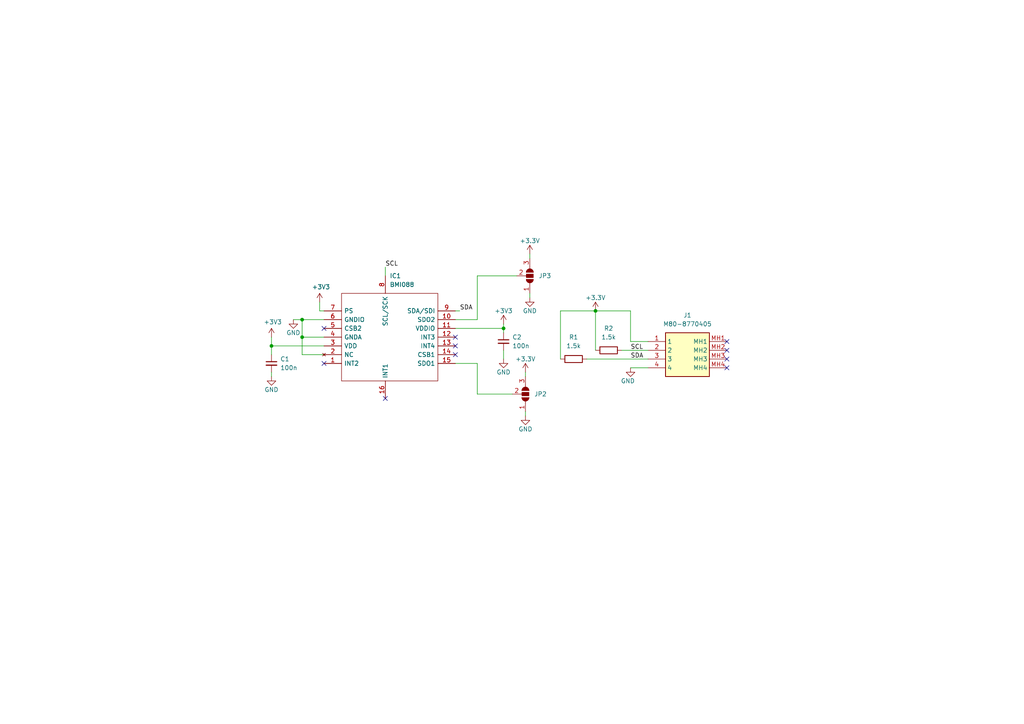
<source format=kicad_sch>
(kicad_sch (version 20230121) (generator eeschema)
  (paper "A4")
  (title_block (title "Inertial Unit BMI088") (rev "1") (company "USST Avionics") (comment 1 "Edited: Bristine") (comment 2 "Created: Ven"))
  (lib_symbols
    (symbol "Device:C_Small" (pin_numbers hide) (pin_names (offset 0.254) hide)
      (property "Reference" "C" (at 0.254 1.778 0))
      (property "Value" "C_Small" (at 0.254 -2.032 0))
      (symbol "C_Small_0_1"
        (polyline (pts (xy -1.524 -0.508) (xy 1.524 -0.508)) (stroke (width 0.3302)))
        (polyline (pts (xy -1.524 0.508) (xy 1.524 0.508)) (stroke (width 0.3048)))
      )
      (symbol "C_Small_1_1"
        (pin passive line (at 0 2.54 270) (length 2.032) (name "~") (number "1"))
        (pin passive line (at 0 -2.54 90) (length 2.032) (name "~") (number "2"))
      )
    )
    (symbol "Device:R" (pin_numbers hide) (pin_names (offset 0))
      (property "Reference" "R" (at 2.032 0 90))
      (property "Value" "R" (at 0 0 90))
      (symbol "R_0_1"
        (rectangle (start -1.016 -2.54) (end 1.016 2.54) (stroke (width 0.254)))
      )
      (symbol "R_1_1"
        (pin passive line (at 0 3.81 270) (length 1.27) (name "~") (number "1"))
        (pin passive line (at 0 -3.81 90) (length 1.27) (name "~") (number "2"))
      )
    )
    (symbol "Jumper:SolderJumper_3_Open" (pin_names (offset 0) hide)
      (property "Reference" "JP" (at -2.54 -2.54 0))
      (property "Value" "SolderJumper_3_Open" (at 0 2.794 0))
      (symbol "SolderJumper_3_Open_0_1"
        (arc (start -1.016 1.016) (mid -2.0276 0) (end -1.016 -1.016))
        (arc (start -1.016 1.016) (mid -2.0276 0) (end -1.016 -1.016) (fill (type outline)))
        (rectangle (start -0.508 1.016) (end 0.508 -1.016) (fill (type outline)))
        (polyline (pts (xy -2.54 0) (xy -2.032 0)))
        (polyline (pts (xy -1.016 1.016) (xy -1.016 -1.016)))
        (polyline (pts (xy 0 -1.27) (xy 0 -1.016)))
        (polyline (pts (xy 1.016 1.016) (xy 1.016 -1.016)))
        (polyline (pts (xy 2.54 0) (xy 2.032 0)))
        (arc (start 1.016 -1.016) (mid 2.0276 0) (end 1.016 1.016))
        (arc (start 1.016 -1.016) (mid 2.0276 0) (end 1.016 1.016) (fill (type outline)))
      )
      (symbol "SolderJumper_3_Open_1_1"
        (pin passive line (at -5.08 0 0) (length 2.54) (name "A") (number "1"))
        (pin passive line (at 0 -3.81 90) (length 2.54) (name "C") (number "2"))
        (pin passive line (at 5.08 0 180) (length 2.54) (name "B") (number "3"))
      )
    )
    (symbol "LibraryLoader:BMI088" (pin_names (offset 0.762))
      (property "Reference" "IC" (at 31.75 17.78 0))
      (property "Value" "BMI088" (at 31.75 15.24 0))
      (symbol "BMI088_0_0"
        (pin passive line (at 10.16 17.78 270) (length 5.08) (name "INT2") (number "1"))
        (pin passive line (at 22.86 -20.32 90) (length 5.08) (name "SDO2") (number "10"))
        (pin passive line (at 20.32 -20.32 90) (length 5.08) (name "VDDIO") (number "11"))
        (pin passive line (at 17.78 -20.32 90) (length 5.08) (name "INT3") (number "12"))
        (pin passive line (at 15.24 -20.32 90) (length 5.08) (name "INT4") (number "13"))
        (pin passive line (at 12.7 -20.32 90) (length 5.08) (name "CSB1") (number "14"))
        (pin passive line (at 10.16 -20.32 90) (length 5.08) (name "SDO1") (number "15"))
        (pin passive line (at 0 0 0) (length 5.08) (name "INT1") (number "16"))
        (pin no_connect line (at 12.7 17.78 270) (length 5.08) (name "NC") (number "2"))
        (pin passive line (at 15.24 17.78 270) (length 5.08) (name "VDD") (number "3"))
        (pin passive line (at 17.78 17.78 270) (length 5.08) (name "GNDA") (number "4"))
        (pin passive line (at 20.32 17.78 270) (length 5.08) (name "CSB2") (number "5"))
        (pin passive line (at 22.86 17.78 270) (length 5.08) (name "GNDIO") (number "6"))
        (pin passive line (at 25.4 17.78 270) (length 5.08) (name "PS") (number "7"))
        (pin passive line (at 35.56 0 180) (length 5.08) (name "SCL/SCK") (number "8"))
        (pin passive line (at 25.4 -20.32 90) (length 5.08) (name "SDA/SDI") (number "9"))
      )
      (symbol "BMI088_0_1"
        (polyline (pts (xy 5.08 12.7) (xy 30.48 12.7) (xy 30.48 -15.24) (xy 5.08 -15.24) (xy 5.08 12.7)) (stroke (width 0.1524)))
      )
    )
    (symbol "M80-8770405:M80-8770405"
      (property "Reference" "J" (at 19.05 7.62 0))
      (property "Value" "M80-8770405" (at 19.05 5.08 0))
      (symbol "M80-8770405_1_1"
        (rectangle (start 5.08 2.54) (end 17.78 -10.16) (stroke (width 0.254)) (fill (type background)))
        (pin passive line (at 0 0 0) (length 5.08) (name "1") (number "1"))
        (pin passive line (at 0 -2.54 0) (length 5.08) (name "2") (number "2"))
        (pin passive line (at 0 -5.08 0) (length 5.08) (name "3") (number "3"))
        (pin passive line (at 0 -7.62 0) (length 5.08) (name "4") (number "4"))
        (pin passive line (at 22.86 0 180) (length 5.08) (name "MH1") (number "MH1"))
        (pin passive line (at 22.86 -2.54 180) (length 5.08) (name "MH2") (number "MH2"))
        (pin passive line (at 22.86 -5.08 180) (length 5.08) (name "MH3") (number "MH3"))
        (pin passive line (at 22.86 -7.62 180) (length 5.08) (name "MH4") (number "MH4"))
      )
    )
    (symbol "power:+3.3V" (power) (pin_names (offset 0))
      (property "Value" "+3.3V" (at 0 3.556 0))
      (symbol "+3.3V_0_1"
        (polyline (pts (xy -0.762 1.27) (xy 0 2.54)))
        (polyline (pts (xy 0 0) (xy 0 2.54)))
        (polyline (pts (xy 0 2.54) (xy 0.762 1.27)))
      )
      (symbol "+3.3V_1_1"
        (pin power_in line (at 0 0 90) (length 0) hide (name "+3.3V") (number "1"))
      )
    )
    (symbol "power:+3V3" (power) (pin_names (offset 0))
      (property "Value" "+3V3" (at 0 3.556 0))
      (symbol "+3V3_0_1"
        (polyline (pts (xy -0.762 1.27) (xy 0 2.54)))
        (polyline (pts (xy 0 0) (xy 0 2.54)))
        (polyline (pts (xy 0 2.54) (xy 0.762 1.27)))
      )
      (symbol "+3V3_1_1"
        (pin power_in line (at 0 0 90) (length 0) hide (name "+3V3") (number "1"))
      )
    )
    (symbol "power:GND" (power) (pin_names (offset 0))
      (property "Value" "GND" (at 0 -3.81 0))
      (symbol "GND_0_1"
        (polyline (pts (xy 0 0) (xy 0 -1.27) (xy 1.27 -1.27) (xy 0 -2.54) (xy -1.27 -1.27) (xy 0 -1.27)))
      )
      (symbol "GND_1_1"
        (pin power_in line (at 0 0 270) (length 0) hide (name "GND") (number "1"))
      )
    )
  )
  (junction (at 172.72 90.17))
  (junction (at 146.05 95.25))
  (junction (at 87.63 97.79))
  (junction (at 87.63 92.71))
  (junction (at 78.74 100.33))
  (no_connect (at 132.08 100.33))
  (no_connect (at 93.98 95.25))
  (no_connect (at 210.82 104.14))
  (no_connect (at 111.76 115.57))
  (no_connect (at 132.08 102.87))
  (no_connect (at 210.82 99.06))
  (no_connect (at 132.08 97.79))
  (no_connect (at 93.98 105.41))
  (no_connect (at 210.82 101.6))
  (no_connect (at 210.82 106.68))
  (wire (pts (xy 87.63 92.71) (xy 93.98 92.71)))
  (wire (pts (xy 133.35 90.17) (xy 132.08 90.17)))
  (wire (pts (xy 146.05 93.98) (xy 146.05 95.25)))
  (wire (pts (xy 87.63 102.87) (xy 93.98 102.87)))
  (wire (pts (xy 172.72 90.17) (xy 182.88 90.17)))
  (wire (pts (xy 182.88 99.06) (xy 187.96 99.06)))
  (wire (pts (xy 182.88 106.68) (xy 187.96 106.68)))
  (wire (pts (xy 152.4 107.95) (xy 152.4 109.22)))
  (wire (pts (xy 132.08 95.25) (xy 146.05 95.25)))
  (wire (pts (xy 162.56 104.14) (xy 162.56 90.17)))
  (wire (pts (xy 138.43 80.01) (xy 138.43 92.71)))
  (wire (pts (xy 152.4 120.65) (xy 152.4 119.38)))
  (wire (pts (xy 138.43 105.41) (xy 138.43 114.3)))
  (wire (pts (xy 132.08 105.41) (xy 138.43 105.41)))
  (wire (pts (xy 153.67 73.66) (xy 153.67 74.93)))
  (wire (pts (xy 93.98 97.79) (xy 87.63 97.79)))
  (wire (pts (xy 146.05 101.6) (xy 146.05 104.14)))
  (wire (pts (xy 132.08 92.71) (xy 138.43 92.71)))
  (wire (pts (xy 87.63 92.71) (xy 87.63 97.79)))
  (wire (pts (xy 138.43 80.01) (xy 149.86 80.01)))
  (wire (pts (xy 78.74 100.33) (xy 78.74 102.87)))
  (wire (pts (xy 87.63 97.79) (xy 87.63 102.87)))
  (wire (pts (xy 182.88 90.17) (xy 182.88 99.06)))
  (wire (pts (xy 92.71 90.17) (xy 93.98 90.17)))
  (wire (pts (xy 111.76 80.01) (xy 111.76 77.47)))
  (wire (pts (xy 78.74 97.79) (xy 78.74 100.33)))
  (wire (pts (xy 153.67 86.36) (xy 153.67 85.09)))
  (wire (pts (xy 92.71 87.63) (xy 92.71 90.17)))
  (wire (pts (xy 146.05 95.25) (xy 146.05 96.52)))
  (wire (pts (xy 78.74 100.33) (xy 93.98 100.33)))
  (wire (pts (xy 172.72 101.6) (xy 172.72 90.17)))
  (wire (pts (xy 138.43 114.3) (xy 148.59 114.3)))
  (wire (pts (xy 162.56 90.17) (xy 172.72 90.17)))
  (wire (pts (xy 180.34 101.6) (xy 187.96 101.6)))
  (wire (pts (xy 78.74 107.95) (xy 78.74 109.22)))
  (wire (pts (xy 170.18 104.14) (xy 187.96 104.14)))
  (wire (pts (xy 85.09 92.71) (xy 87.63 92.71)))
  (label "SDA" (at 133.35 90.17 0))
  (label "SDA" (at 182.88 104.14 0))
  (label "SCL" (at 182.88 101.6 0))
  (label "SCL" (at 111.76 77.47 0))
  (symbol (lib_id "power:GND") (at 78.74 109.22 0) (unit 1)
    (property "Reference" "#PWR05" (effects hide))
    (property "Value" "GND" (at 78.74 113.03 0))
  )
  (symbol (lib_id "power:GND") (at 182.88 106.68 0) (unit 1)
    (property "Reference" "#PWR012" (effects hide))
    (property "Value" "GND" (at 184.15 110.49 0) (effects (justify right)))
  )
  (symbol (lib_id "Device:R") (at 166.37 104.14 90) (unit 1)
    (property "Reference" "R1" (at 166.37 97.79 90))
    (property "Value" "1.5k" (at 166.37 100.33 90))
    (property "Footprint" "Resistor_SMD:R_0201_0603Metric_Pad0.64x0.40mm_HandSolder" (effects hide))
  )
  (symbol (lib_id "Device:R") (at 176.53 101.6 90) (unit 1)
    (property "Reference" "R2" (at 176.53 95.25 90))
    (property "Value" "1.5k" (at 176.53 97.79 90))
    (property "Footprint" "Resistor_SMD:R_0201_0603Metric_Pad0.64x0.40mm_HandSolder" (effects hide))
  )
  (symbol (lib_id "power:GND") (at 146.05 104.14 0) (unit 1)
    (property "Reference" "#PWR09" (effects hide))
    (property "Value" "GND" (at 146.05 107.95 0))
  )
  (symbol (lib_id "power:+3V3") (at 146.05 93.98 0) (unit 1)
    (property "Reference" "#PWR010" (effects hide))
    (property "Value" "+3V3" (at 146.05 90.17 0))
  )
  (symbol (lib_id "power:+3.3V") (at 153.67 73.66 0) (mirror y) (unit 1)
    (property "Reference" "#PWR07" (effects hide))
    (property "Value" "+3.3V" (at 153.67 69.85 0))
  )
  (symbol (lib_id "power:+3.3V") (at 172.72 90.17 0) (unit 1)
    (property "Reference" "#PWR011" (effects hide))
    (property "Value" "+3.3V" (at 172.72 86.36 0))
  )
  (symbol (lib_id "Jumper:SolderJumper_3_Open") (at 152.4 114.3 270) (mirror x) (unit 1)
    (property "Reference" "JP2" (at 154.94 114.3 90) (effects (justify left)))
    (property "Value" "SolderJumper_3_Open" (effects hide))
    (property "Footprint" "Jumper:SolderJumper-3_P1.3mm_Open_RoundedPad1.0x1.5mm_NumberLabels" (effects hide))
  )
  (symbol (lib_id "power:GND") (at 152.4 120.65 0) (mirror y) (unit 1)
    (property "Reference" "#PWR013" (effects hide))
    (property "Value" "GND" (at 152.4 124.46 0))
  )
  (symbol (lib_id "Device:C_Small") (at 146.05 99.06 0) (unit 1)
    (property "Reference" "C2" (at 148.59 97.7963 0) (effects (justify left)))
    (property "Value" "100n" (at 148.59 100.3363 0) (effects (justify left)))
    (property "Footprint" "Capacitor_SMD:C_0402_1005Metric" (effects hide))
  )
  (symbol (lib_id "Device:C_Small") (at 78.74 105.41 0) (unit 1)
    (property "Reference" "C1" (at 81.28 104.1463 0) (effects (justify left)))
    (property "Value" "100n" (at 81.28 106.6863 0) (effects (justify left)))
    (property "Footprint" "Capacitor_SMD:C_0402_1005Metric" (effects hide))
  )
  (symbol (lib_id "power:+3V3") (at 92.71 87.63 0) (unit 1)
    (property "Reference" "#PWR01" (effects hide))
    (property "Value" "+3V3" (at 93.091 83.2358 0))
  )
  (symbol (lib_id "M80-8770405:M80-8770405") (at 187.96 99.06 0) (unit 1)
    (property "Reference" "J1" (at 199.39 91.44 0))
    (property "Value" "M80-8770405" (at 199.39 93.98 0))
    (property "Footprint" "M808770405" (effects hide))
    (property "Datasheet" "https://cdn.harwin.com/pdfs/M80-877.pdf" (effects hide))
    (property "Height" "5.56" (effects hide))
    (property "Manufacturer_Name" "Harwin" (effects hide))
    (property "Manufacturer_Part_Number" "M80-8770405" (effects hide))
    (property "Mouser Part Number" "855-M80-8770405" (effects hide))
    (property "Mouser Price/Stock" "https://www.mouser.co.uk/ProductDetail/Harwin/M80-8770405?qs=3tymCvhQ29ZPq83M%252Bf8kIA%3D%3D" (effects hide))
  )
  (symbol (lib_id "power:GND") (at 85.09 92.71 0) (unit 1)
    (property "Reference" "#PWR03" (effects hide))
    (property "Value" "GND" (at 85.09 96.52 0))
  )
  (symbol (lib_id "Jumper:SolderJumper_3_Open") (at 153.67 80.01 270) (mirror x) (unit 1)
    (property "Reference" "JP3" (at 156.21 80.01 90) (effects (justify left)))
    (property "Value" "SolderJumper_3_Open" (effects hide))
    (property "Footprint" "Jumper:SolderJumper-3_P1.3mm_Open_RoundedPad1.0x1.5mm_NumberLabels" (effects hide))
  )
  (symbol (lib_id "power:GND") (at 153.67 86.36 0) (mirror y) (unit 1)
    (property "Reference" "#PWR08" (effects hide))
    (property "Value" "GND" (at 153.67 90.17 0))
  )
  (symbol (lib_id "power:+3.3V") (at 152.4 107.95 0) (mirror y) (unit 1)
    (property "Reference" "#PWR014" (effects hide))
    (property "Value" "+3.3V" (at 152.4 104.14 0))
  )
  (symbol (lib_id "power:+3V3") (at 78.74 97.79 0) (unit 1)
    (property "Reference" "#PWR02" (effects hide))
    (property "Value" "+3V3" (at 79.121 93.3958 0))
  )
  (symbol (lib_id "LibraryLoader:BMI088") (at 111.76 115.57 90) (unit 1)
    (property "Reference" "IC1" (at 113.03 80.01 90) (effects (justify right)))
    (property "Value" "BMI088" (at 113.03 82.55 90) (effects (justify right)))
    (property "Footprint" "BMI088:PQFN50P450X300X100-16N" (effects hide))
    (property "Datasheet" "https://datasheet.datasheetarchive.com/originals/distributors/Datasheets_SAMA/994c3bf88e91a9e9fead6a819d348e4d.pdf" (effects hide))
    (property "Description" "Inertial Measurement Unit Digital Output 2.5V/3.3V Automotive" (effects hide))
    (property "Height" "1.45" (effects hide))
    (property "Manufacturer_Name" "BOSCH" (effects hide))
    (property "Manufacturer_Part_Number" "BMI088" (effects hide))
    (property "Mouser Part Number" "262-BMI088" (effects hide))
    (property "Mouser Price/Stock" "https://www.mouser.co.uk/ProductDetail/Bosch-Sensortec/BMI088?qs=f9yNj16SXrIMFspTV6RB6Q%3D%3D" (effects hide))
    (property "Arrow Part Number" "BMI088" (effects hide))
    (property "Arrow Price/Stock" "https://www.arrow.com/en/products/bmi088/bosch?region=europe" (effects hide))
  )
)
</source>
